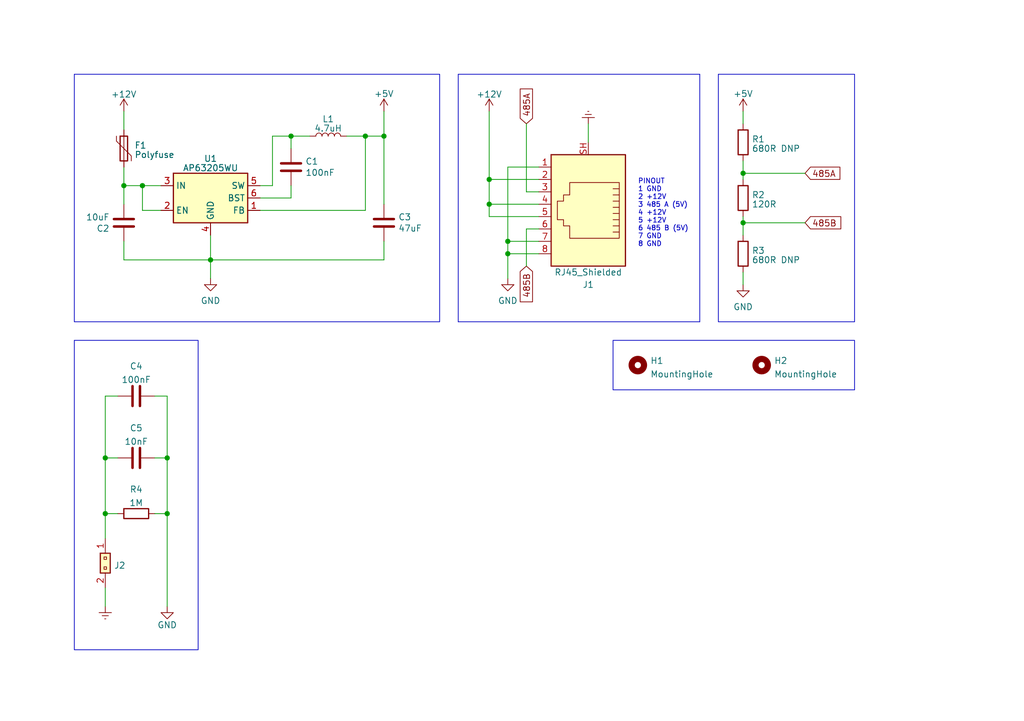
<source format=kicad_sch>
(kicad_sch (version 20230121) (generator eeschema)

  (uuid e63e39d7-6ac0-4ffd-8aa3-1841a4541b55)

  (paper "A5")

  (lib_symbols
    (symbol "Connector:RJ45_Shielded" (pin_names (offset 1.016)) (in_bom yes) (on_board yes)
      (property "Reference" "J" (at -5.08 13.97 0)
        (effects (font (size 1.27 1.27)) (justify right))
      )
      (property "Value" "RJ45_Shielded" (at 2.54 13.97 0)
        (effects (font (size 1.27 1.27)) (justify left))
      )
      (property "Footprint" "" (at 0 0.635 90)
        (effects (font (size 1.27 1.27)) hide)
      )
      (property "Datasheet" "~" (at 0 0.635 90)
        (effects (font (size 1.27 1.27)) hide)
      )
      (property "ki_keywords" "8P8C RJ jack socket connector" (at 0 0 0)
        (effects (font (size 1.27 1.27)) hide)
      )
      (property "ki_description" "RJ connector, 8P8C (8 positions 8 connected), Shielded" (at 0 0 0)
        (effects (font (size 1.27 1.27)) hide)
      )
      (property "ki_fp_filters" "8P8C* RJ31* RJ32* RJ33* RJ34* RJ35* RJ41* RJ45* RJ49* RJ61*" (at 0 0 0)
        (effects (font (size 1.27 1.27)) hide)
      )
      (symbol "RJ45_Shielded_0_1"
        (polyline
          (pts
            (xy -5.08 4.445)
            (xy -6.35 4.445)
          )
          (stroke (width 0) (type default))
          (fill (type none))
        )
        (polyline
          (pts
            (xy -5.08 5.715)
            (xy -6.35 5.715)
          )
          (stroke (width 0) (type default))
          (fill (type none))
        )
        (polyline
          (pts
            (xy -6.35 -3.175)
            (xy -5.08 -3.175)
            (xy -5.08 -3.175)
          )
          (stroke (width 0) (type default))
          (fill (type none))
        )
        (polyline
          (pts
            (xy -6.35 -1.905)
            (xy -5.08 -1.905)
            (xy -5.08 -1.905)
          )
          (stroke (width 0) (type default))
          (fill (type none))
        )
        (polyline
          (pts
            (xy -6.35 -0.635)
            (xy -5.08 -0.635)
            (xy -5.08 -0.635)
          )
          (stroke (width 0) (type default))
          (fill (type none))
        )
        (polyline
          (pts
            (xy -6.35 0.635)
            (xy -5.08 0.635)
            (xy -5.08 0.635)
          )
          (stroke (width 0) (type default))
          (fill (type none))
        )
        (polyline
          (pts
            (xy -6.35 1.905)
            (xy -5.08 1.905)
            (xy -5.08 1.905)
          )
          (stroke (width 0) (type default))
          (fill (type none))
        )
        (polyline
          (pts
            (xy -5.08 3.175)
            (xy -6.35 3.175)
            (xy -6.35 3.175)
          )
          (stroke (width 0) (type default))
          (fill (type none))
        )
        (polyline
          (pts
            (xy -6.35 -4.445)
            (xy -6.35 6.985)
            (xy 3.81 6.985)
            (xy 3.81 4.445)
            (xy 5.08 4.445)
            (xy 5.08 3.175)
            (xy 6.35 3.175)
            (xy 6.35 -0.635)
            (xy 5.08 -0.635)
            (xy 5.08 -1.905)
            (xy 3.81 -1.905)
            (xy 3.81 -4.445)
            (xy -6.35 -4.445)
            (xy -6.35 -4.445)
          )
          (stroke (width 0) (type default))
          (fill (type none))
        )
        (rectangle (start 7.62 12.7) (end -7.62 -10.16)
          (stroke (width 0.254) (type default))
          (fill (type background))
        )
      )
      (symbol "RJ45_Shielded_1_1"
        (pin passive line (at 10.16 -7.62 180) (length 2.54)
          (name "~" (effects (font (size 1.27 1.27))))
          (number "1" (effects (font (size 1.27 1.27))))
        )
        (pin passive line (at 10.16 -5.08 180) (length 2.54)
          (name "~" (effects (font (size 1.27 1.27))))
          (number "2" (effects (font (size 1.27 1.27))))
        )
        (pin passive line (at 10.16 -2.54 180) (length 2.54)
          (name "~" (effects (font (size 1.27 1.27))))
          (number "3" (effects (font (size 1.27 1.27))))
        )
        (pin passive line (at 10.16 0 180) (length 2.54)
          (name "~" (effects (font (size 1.27 1.27))))
          (number "4" (effects (font (size 1.27 1.27))))
        )
        (pin passive line (at 10.16 2.54 180) (length 2.54)
          (name "~" (effects (font (size 1.27 1.27))))
          (number "5" (effects (font (size 1.27 1.27))))
        )
        (pin passive line (at 10.16 5.08 180) (length 2.54)
          (name "~" (effects (font (size 1.27 1.27))))
          (number "6" (effects (font (size 1.27 1.27))))
        )
        (pin passive line (at 10.16 7.62 180) (length 2.54)
          (name "~" (effects (font (size 1.27 1.27))))
          (number "7" (effects (font (size 1.27 1.27))))
        )
        (pin passive line (at 10.16 10.16 180) (length 2.54)
          (name "~" (effects (font (size 1.27 1.27))))
          (number "8" (effects (font (size 1.27 1.27))))
        )
        (pin passive line (at 0 -12.7 90) (length 2.54)
          (name "~" (effects (font (size 1.27 1.27))))
          (number "SH" (effects (font (size 1.27 1.27))))
        )
      )
    )
    (symbol "Device:C" (pin_numbers hide) (pin_names (offset 0.254)) (in_bom yes) (on_board yes)
      (property "Reference" "C" (at 0.635 2.54 0)
        (effects (font (size 1.27 1.27)) (justify left))
      )
      (property "Value" "C" (at 0.635 -2.54 0)
        (effects (font (size 1.27 1.27)) (justify left))
      )
      (property "Footprint" "" (at 0.9652 -3.81 0)
        (effects (font (size 1.27 1.27)) hide)
      )
      (property "Datasheet" "~" (at 0 0 0)
        (effects (font (size 1.27 1.27)) hide)
      )
      (property "ki_keywords" "cap capacitor" (at 0 0 0)
        (effects (font (size 1.27 1.27)) hide)
      )
      (property "ki_description" "Unpolarized capacitor" (at 0 0 0)
        (effects (font (size 1.27 1.27)) hide)
      )
      (property "ki_fp_filters" "C_*" (at 0 0 0)
        (effects (font (size 1.27 1.27)) hide)
      )
      (symbol "C_0_1"
        (polyline
          (pts
            (xy -2.032 -0.762)
            (xy 2.032 -0.762)
          )
          (stroke (width 0.508) (type default))
          (fill (type none))
        )
        (polyline
          (pts
            (xy -2.032 0.762)
            (xy 2.032 0.762)
          )
          (stroke (width 0.508) (type default))
          (fill (type none))
        )
      )
      (symbol "C_1_1"
        (pin passive line (at 0 3.81 270) (length 2.794)
          (name "~" (effects (font (size 1.27 1.27))))
          (number "1" (effects (font (size 1.27 1.27))))
        )
        (pin passive line (at 0 -3.81 90) (length 2.794)
          (name "~" (effects (font (size 1.27 1.27))))
          (number "2" (effects (font (size 1.27 1.27))))
        )
      )
    )
    (symbol "Device:L" (pin_numbers hide) (pin_names (offset 1.016) hide) (in_bom yes) (on_board yes)
      (property "Reference" "L" (at -1.27 0 90)
        (effects (font (size 1.27 1.27)))
      )
      (property "Value" "L" (at 1.905 0 90)
        (effects (font (size 1.27 1.27)))
      )
      (property "Footprint" "" (at 0 0 0)
        (effects (font (size 1.27 1.27)) hide)
      )
      (property "Datasheet" "~" (at 0 0 0)
        (effects (font (size 1.27 1.27)) hide)
      )
      (property "ki_keywords" "inductor choke coil reactor magnetic" (at 0 0 0)
        (effects (font (size 1.27 1.27)) hide)
      )
      (property "ki_description" "Inductor" (at 0 0 0)
        (effects (font (size 1.27 1.27)) hide)
      )
      (property "ki_fp_filters" "Choke_* *Coil* Inductor_* L_*" (at 0 0 0)
        (effects (font (size 1.27 1.27)) hide)
      )
      (symbol "L_0_1"
        (arc (start 0 -2.54) (mid 0.6323 -1.905) (end 0 -1.27)
          (stroke (width 0) (type default))
          (fill (type none))
        )
        (arc (start 0 -1.27) (mid 0.6323 -0.635) (end 0 0)
          (stroke (width 0) (type default))
          (fill (type none))
        )
        (arc (start 0 0) (mid 0.6323 0.635) (end 0 1.27)
          (stroke (width 0) (type default))
          (fill (type none))
        )
        (arc (start 0 1.27) (mid 0.6323 1.905) (end 0 2.54)
          (stroke (width 0) (type default))
          (fill (type none))
        )
      )
      (symbol "L_1_1"
        (pin passive line (at 0 3.81 270) (length 1.27)
          (name "1" (effects (font (size 1.27 1.27))))
          (number "1" (effects (font (size 1.27 1.27))))
        )
        (pin passive line (at 0 -3.81 90) (length 1.27)
          (name "2" (effects (font (size 1.27 1.27))))
          (number "2" (effects (font (size 1.27 1.27))))
        )
      )
    )
    (symbol "Device:Polyfuse" (pin_numbers hide) (pin_names (offset 0)) (in_bom yes) (on_board yes)
      (property "Reference" "F" (at -2.54 0 90)
        (effects (font (size 1.27 1.27)))
      )
      (property "Value" "Polyfuse" (at 2.54 0 90)
        (effects (font (size 1.27 1.27)))
      )
      (property "Footprint" "" (at 1.27 -5.08 0)
        (effects (font (size 1.27 1.27)) (justify left) hide)
      )
      (property "Datasheet" "~" (at 0 0 0)
        (effects (font (size 1.27 1.27)) hide)
      )
      (property "ki_keywords" "resettable fuse PTC PPTC polyfuse polyswitch" (at 0 0 0)
        (effects (font (size 1.27 1.27)) hide)
      )
      (property "ki_description" "Resettable fuse, polymeric positive temperature coefficient" (at 0 0 0)
        (effects (font (size 1.27 1.27)) hide)
      )
      (property "ki_fp_filters" "*polyfuse* *PTC*" (at 0 0 0)
        (effects (font (size 1.27 1.27)) hide)
      )
      (symbol "Polyfuse_0_1"
        (rectangle (start -0.762 2.54) (end 0.762 -2.54)
          (stroke (width 0.254) (type default))
          (fill (type none))
        )
        (polyline
          (pts
            (xy 0 2.54)
            (xy 0 -2.54)
          )
          (stroke (width 0) (type default))
          (fill (type none))
        )
        (polyline
          (pts
            (xy -1.524 2.54)
            (xy -1.524 1.524)
            (xy 1.524 -1.524)
            (xy 1.524 -2.54)
          )
          (stroke (width 0) (type default))
          (fill (type none))
        )
      )
      (symbol "Polyfuse_1_1"
        (pin passive line (at 0 3.81 270) (length 1.27)
          (name "~" (effects (font (size 1.27 1.27))))
          (number "1" (effects (font (size 1.27 1.27))))
        )
        (pin passive line (at 0 -3.81 90) (length 1.27)
          (name "~" (effects (font (size 1.27 1.27))))
          (number "2" (effects (font (size 1.27 1.27))))
        )
      )
    )
    (symbol "Device:R" (pin_numbers hide) (pin_names (offset 0)) (in_bom yes) (on_board yes)
      (property "Reference" "R" (at 2.032 0 90)
        (effects (font (size 1.27 1.27)))
      )
      (property "Value" "R" (at 0 0 90)
        (effects (font (size 1.27 1.27)))
      )
      (property "Footprint" "" (at -1.778 0 90)
        (effects (font (size 1.27 1.27)) hide)
      )
      (property "Datasheet" "~" (at 0 0 0)
        (effects (font (size 1.27 1.27)) hide)
      )
      (property "ki_keywords" "R res resistor" (at 0 0 0)
        (effects (font (size 1.27 1.27)) hide)
      )
      (property "ki_description" "Resistor" (at 0 0 0)
        (effects (font (size 1.27 1.27)) hide)
      )
      (property "ki_fp_filters" "R_*" (at 0 0 0)
        (effects (font (size 1.27 1.27)) hide)
      )
      (symbol "R_0_1"
        (rectangle (start -1.016 -2.54) (end 1.016 2.54)
          (stroke (width 0.254) (type default))
          (fill (type none))
        )
      )
      (symbol "R_1_1"
        (pin passive line (at 0 3.81 270) (length 1.27)
          (name "~" (effects (font (size 1.27 1.27))))
          (number "1" (effects (font (size 1.27 1.27))))
        )
        (pin passive line (at 0 -3.81 90) (length 1.27)
          (name "~" (effects (font (size 1.27 1.27))))
          (number "2" (effects (font (size 1.27 1.27))))
        )
      )
    )
    (symbol "Mechanical:MountingHole" (pin_names (offset 1.016)) (in_bom yes) (on_board yes)
      (property "Reference" "H" (at 0 5.08 0)
        (effects (font (size 1.27 1.27)))
      )
      (property "Value" "MountingHole" (at 0 3.175 0)
        (effects (font (size 1.27 1.27)))
      )
      (property "Footprint" "" (at 0 0 0)
        (effects (font (size 1.27 1.27)) hide)
      )
      (property "Datasheet" "~" (at 0 0 0)
        (effects (font (size 1.27 1.27)) hide)
      )
      (property "ki_keywords" "mounting hole" (at 0 0 0)
        (effects (font (size 1.27 1.27)) hide)
      )
      (property "ki_description" "Mounting Hole without connection" (at 0 0 0)
        (effects (font (size 1.27 1.27)) hide)
      )
      (property "ki_fp_filters" "MountingHole*" (at 0 0 0)
        (effects (font (size 1.27 1.27)) hide)
      )
      (symbol "MountingHole_0_1"
        (circle (center 0 0) (radius 1.27)
          (stroke (width 1.27) (type default))
          (fill (type none))
        )
      )
    )
    (symbol "Regulator_Switching:AP63205WU" (in_bom yes) (on_board yes)
      (property "Reference" "U" (at -7.62 6.35 0)
        (effects (font (size 1.27 1.27)))
      )
      (property "Value" "AP63205WU" (at 2.54 6.35 0)
        (effects (font (size 1.27 1.27)))
      )
      (property "Footprint" "Package_TO_SOT_SMD:TSOT-23-6" (at 0 -22.86 0)
        (effects (font (size 1.27 1.27)) hide)
      )
      (property "Datasheet" "https://www.diodes.com/assets/Datasheets/AP63200-AP63201-AP63203-AP63205.pdf" (at 0 0 0)
        (effects (font (size 1.27 1.27)) hide)
      )
      (property "ki_keywords" "2A Buck DC/DC" (at 0 0 0)
        (effects (font (size 1.27 1.27)) hide)
      )
      (property "ki_description" "2A, 1.1MHz Buck DC/DC Converter, fixed 5.0V output voltage, TSOT-23-6" (at 0 0 0)
        (effects (font (size 1.27 1.27)) hide)
      )
      (property "ki_fp_filters" "TSOT?23*" (at 0 0 0)
        (effects (font (size 1.27 1.27)) hide)
      )
      (symbol "AP63205WU_0_1"
        (rectangle (start -7.62 5.08) (end 7.62 -5.08)
          (stroke (width 0.254) (type default))
          (fill (type background))
        )
      )
      (symbol "AP63205WU_1_1"
        (pin input line (at 10.16 -2.54 180) (length 2.54)
          (name "FB" (effects (font (size 1.27 1.27))))
          (number "1" (effects (font (size 1.27 1.27))))
        )
        (pin input line (at -10.16 -2.54 0) (length 2.54)
          (name "EN" (effects (font (size 1.27 1.27))))
          (number "2" (effects (font (size 1.27 1.27))))
        )
        (pin power_in line (at -10.16 2.54 0) (length 2.54)
          (name "IN" (effects (font (size 1.27 1.27))))
          (number "3" (effects (font (size 1.27 1.27))))
        )
        (pin power_in line (at 0 -7.62 90) (length 2.54)
          (name "GND" (effects (font (size 1.27 1.27))))
          (number "4" (effects (font (size 1.27 1.27))))
        )
        (pin output line (at 10.16 2.54 180) (length 2.54)
          (name "SW" (effects (font (size 1.27 1.27))))
          (number "5" (effects (font (size 1.27 1.27))))
        )
        (pin passive line (at 10.16 0 180) (length 2.54)
          (name "BST" (effects (font (size 1.27 1.27))))
          (number "6" (effects (font (size 1.27 1.27))))
        )
      )
    )
    (symbol "kiu:1x02_Jumper" (in_bom yes) (on_board yes)
      (property "Reference" "J" (at 0 2.54 0)
        (effects (font (size 1.27 1.27)))
      )
      (property "Value" "1x02_Jumper" (at 0 -2.54 0)
        (effects (font (size 1.27 1.27)) hide)
      )
      (property "Footprint" "" (at 0 0 0)
        (effects (font (size 1.27 1.27)) hide)
      )
      (property "Datasheet" "" (at 0 0 0)
        (effects (font (size 1.27 1.27)) hide)
      )
      (symbol "1x02_Jumper_0_1"
        (rectangle (start -1.27 0.254) (end -0.762 -0.254)
          (stroke (width 0.1524) (type default))
          (fill (type none))
        )
        (rectangle (start 0.762 0.254) (end 1.27 -0.254)
          (stroke (width 0.1524) (type default))
          (fill (type none))
        )
      )
      (symbol "1x02_Jumper_1_1"
        (rectangle (start -2.032 1.016) (end 2.032 -1.016)
          (stroke (width 0.254) (type default))
          (fill (type background))
        )
        (pin passive line (at -5.08 0 0) (length 3.04)
          (name "" (effects (font (size 1.27 1.27))))
          (number "1" (effects (font (size 1.27 1.27))))
        )
        (pin passive line (at 5.08 0 180) (length 3.04)
          (name "" (effects (font (size 1.27 1.27))))
          (number "2" (effects (font (size 1.27 1.27))))
        )
      )
    )
    (symbol "power:+12V" (power) (pin_names (offset 0)) (in_bom yes) (on_board yes)
      (property "Reference" "#PWR" (at 0 -3.81 0)
        (effects (font (size 1.27 1.27)) hide)
      )
      (property "Value" "+12V" (at 0 3.556 0)
        (effects (font (size 1.27 1.27)))
      )
      (property "Footprint" "" (at 0 0 0)
        (effects (font (size 1.27 1.27)) hide)
      )
      (property "Datasheet" "" (at 0 0 0)
        (effects (font (size 1.27 1.27)) hide)
      )
      (property "ki_keywords" "global power" (at 0 0 0)
        (effects (font (size 1.27 1.27)) hide)
      )
      (property "ki_description" "Power symbol creates a global label with name \"+12V\"" (at 0 0 0)
        (effects (font (size 1.27 1.27)) hide)
      )
      (symbol "+12V_0_1"
        (polyline
          (pts
            (xy -0.762 1.27)
            (xy 0 2.54)
          )
          (stroke (width 0) (type default))
          (fill (type none))
        )
        (polyline
          (pts
            (xy 0 0)
            (xy 0 2.54)
          )
          (stroke (width 0) (type default))
          (fill (type none))
        )
        (polyline
          (pts
            (xy 0 2.54)
            (xy 0.762 1.27)
          )
          (stroke (width 0) (type default))
          (fill (type none))
        )
      )
      (symbol "+12V_1_1"
        (pin power_in line (at 0 0 90) (length 0) hide
          (name "+12V" (effects (font (size 1.27 1.27))))
          (number "1" (effects (font (size 1.27 1.27))))
        )
      )
    )
    (symbol "power:+5V" (power) (pin_names (offset 0)) (in_bom yes) (on_board yes)
      (property "Reference" "#PWR" (at 0 -3.81 0)
        (effects (font (size 1.27 1.27)) hide)
      )
      (property "Value" "+5V" (at 0 3.556 0)
        (effects (font (size 1.27 1.27)))
      )
      (property "Footprint" "" (at 0 0 0)
        (effects (font (size 1.27 1.27)) hide)
      )
      (property "Datasheet" "" (at 0 0 0)
        (effects (font (size 1.27 1.27)) hide)
      )
      (property "ki_keywords" "global power" (at 0 0 0)
        (effects (font (size 1.27 1.27)) hide)
      )
      (property "ki_description" "Power symbol creates a global label with name \"+5V\"" (at 0 0 0)
        (effects (font (size 1.27 1.27)) hide)
      )
      (symbol "+5V_0_1"
        (polyline
          (pts
            (xy -0.762 1.27)
            (xy 0 2.54)
          )
          (stroke (width 0) (type default))
          (fill (type none))
        )
        (polyline
          (pts
            (xy 0 0)
            (xy 0 2.54)
          )
          (stroke (width 0) (type default))
          (fill (type none))
        )
        (polyline
          (pts
            (xy 0 2.54)
            (xy 0.762 1.27)
          )
          (stroke (width 0) (type default))
          (fill (type none))
        )
      )
      (symbol "+5V_1_1"
        (pin power_in line (at 0 0 90) (length 0) hide
          (name "+5V" (effects (font (size 1.27 1.27))))
          (number "1" (effects (font (size 1.27 1.27))))
        )
      )
    )
    (symbol "power:Earth" (power) (pin_names (offset 0)) (in_bom yes) (on_board yes)
      (property "Reference" "#PWR" (at 0 -6.35 0)
        (effects (font (size 1.27 1.27)) hide)
      )
      (property "Value" "Earth" (at 0 -3.81 0)
        (effects (font (size 1.27 1.27)) hide)
      )
      (property "Footprint" "" (at 0 0 0)
        (effects (font (size 1.27 1.27)) hide)
      )
      (property "Datasheet" "~" (at 0 0 0)
        (effects (font (size 1.27 1.27)) hide)
      )
      (property "ki_keywords" "global ground gnd" (at 0 0 0)
        (effects (font (size 1.27 1.27)) hide)
      )
      (property "ki_description" "Power symbol creates a global label with name \"Earth\"" (at 0 0 0)
        (effects (font (size 1.27 1.27)) hide)
      )
      (symbol "Earth_0_1"
        (polyline
          (pts
            (xy -0.635 -1.905)
            (xy 0.635 -1.905)
          )
          (stroke (width 0) (type default))
          (fill (type none))
        )
        (polyline
          (pts
            (xy -0.127 -2.54)
            (xy 0.127 -2.54)
          )
          (stroke (width 0) (type default))
          (fill (type none))
        )
        (polyline
          (pts
            (xy 0 -1.27)
            (xy 0 0)
          )
          (stroke (width 0) (type default))
          (fill (type none))
        )
        (polyline
          (pts
            (xy 1.27 -1.27)
            (xy -1.27 -1.27)
          )
          (stroke (width 0) (type default))
          (fill (type none))
        )
      )
      (symbol "Earth_1_1"
        (pin power_in line (at 0 0 270) (length 0) hide
          (name "Earth" (effects (font (size 1.27 1.27))))
          (number "1" (effects (font (size 1.27 1.27))))
        )
      )
    )
    (symbol "power:GND" (power) (pin_names (offset 0)) (in_bom yes) (on_board yes)
      (property "Reference" "#PWR" (at 0 -6.35 0)
        (effects (font (size 1.27 1.27)) hide)
      )
      (property "Value" "GND" (at 0 -3.81 0)
        (effects (font (size 1.27 1.27)))
      )
      (property "Footprint" "" (at 0 0 0)
        (effects (font (size 1.27 1.27)) hide)
      )
      (property "Datasheet" "" (at 0 0 0)
        (effects (font (size 1.27 1.27)) hide)
      )
      (property "ki_keywords" "global power" (at 0 0 0)
        (effects (font (size 1.27 1.27)) hide)
      )
      (property "ki_description" "Power symbol creates a global label with name \"GND\" , ground" (at 0 0 0)
        (effects (font (size 1.27 1.27)) hide)
      )
      (symbol "GND_0_1"
        (polyline
          (pts
            (xy 0 0)
            (xy 0 -1.27)
            (xy 1.27 -1.27)
            (xy 0 -2.54)
            (xy -1.27 -1.27)
            (xy 0 -1.27)
          )
          (stroke (width 0) (type default))
          (fill (type none))
        )
      )
      (symbol "GND_1_1"
        (pin power_in line (at 0 0 270) (length 0) hide
          (name "GND" (effects (font (size 1.27 1.27))))
          (number "1" (effects (font (size 1.27 1.27))))
        )
      )
    )
  )

  (junction (at 100.33 36.83) (diameter 0) (color 0 0 0 0)
    (uuid 1960a842-c30a-428a-8f13-cdddf74559fc)
  )
  (junction (at 74.93 27.94) (diameter 0) (color 0 0 0 0)
    (uuid 441c68d3-7fc0-40a6-95e0-c1b021d4352d)
  )
  (junction (at 152.4 35.56) (diameter 0) (color 0 0 0 0)
    (uuid 4d1f96b0-32f0-40b1-b3ba-af41f9837573)
  )
  (junction (at 25.4 38.1) (diameter 0) (color 0 0 0 0)
    (uuid 5012d53c-5a81-4ceb-ba6b-9e6f87d1c35b)
  )
  (junction (at 34.29 93.98) (diameter 0) (color 0 0 0 0)
    (uuid 5cc0ddde-2c73-4d61-9717-7de526fa2da3)
  )
  (junction (at 104.14 49.53) (diameter 0) (color 0 0 0 0)
    (uuid 6f6c3639-0695-4e50-9f5a-5654d7aa9115)
  )
  (junction (at 29.21 38.1) (diameter 0) (color 0 0 0 0)
    (uuid 7ffd9690-6e7a-4af1-9e74-984a2d33246a)
  )
  (junction (at 100.33 41.91) (diameter 0) (color 0 0 0 0)
    (uuid 81cd9fb0-dcb6-42b3-a51e-973075a84da3)
  )
  (junction (at 21.59 105.41) (diameter 0) (color 0 0 0 0)
    (uuid 9059e5fd-3176-416f-b413-e719f67c9441)
  )
  (junction (at 21.59 93.98) (diameter 0) (color 0 0 0 0)
    (uuid 9103fa27-f240-4e8e-98b1-050502eb8a28)
  )
  (junction (at 78.74 27.94) (diameter 0) (color 0 0 0 0)
    (uuid 9349d1cd-0bb1-4532-b3bb-f6343f8affbc)
  )
  (junction (at 34.29 105.41) (diameter 0) (color 0 0 0 0)
    (uuid b39ec809-53c6-4ee0-b439-8b7b162e8043)
  )
  (junction (at 59.69 27.94) (diameter 0) (color 0 0 0 0)
    (uuid bbfa98c5-e2e9-40be-972b-b1907fb33ad9)
  )
  (junction (at 43.18 53.34) (diameter 0) (color 0 0 0 0)
    (uuid eb181da7-a1d4-4e7d-b0fa-f44c3095bdfa)
  )
  (junction (at 104.14 52.07) (diameter 0) (color 0 0 0 0)
    (uuid eef14fa9-fe8a-4a10-b522-dc9258ce39e6)
  )
  (junction (at 152.4 45.72) (diameter 0) (color 0 0 0 0)
    (uuid f22f0edf-0973-48cc-a719-d0ce5475af7a)
  )

  (wire (pts (xy 120.65 25.4) (xy 120.65 29.21))
    (stroke (width 0) (type default))
    (uuid 04d83ed6-f738-4b61-b446-7d84cd1195bd)
  )
  (wire (pts (xy 100.33 36.83) (xy 110.49 36.83))
    (stroke (width 0) (type default))
    (uuid 08c002f2-1784-48fd-b6be-8c351d0a5533)
  )
  (wire (pts (xy 25.4 53.34) (xy 43.18 53.34))
    (stroke (width 0) (type default))
    (uuid 09a14f43-9f68-45ae-b58f-6bb003135e2f)
  )
  (wire (pts (xy 78.74 22.86) (xy 78.74 27.94))
    (stroke (width 0) (type default))
    (uuid 0a036911-b688-4956-891c-af3778a535d9)
  )
  (wire (pts (xy 74.93 43.18) (xy 74.93 27.94))
    (stroke (width 0) (type default))
    (uuid 0e208a19-c5a7-4e09-8d05-da38bfaa0879)
  )
  (wire (pts (xy 55.88 38.1) (xy 53.34 38.1))
    (stroke (width 0) (type default))
    (uuid 1339060f-3ce4-4560-ac32-9bd7a0e1ea08)
  )
  (wire (pts (xy 71.12 27.94) (xy 74.93 27.94))
    (stroke (width 0) (type default))
    (uuid 192cf922-e536-4939-9695-4490608d601e)
  )
  (wire (pts (xy 53.34 40.64) (xy 59.69 40.64))
    (stroke (width 0) (type default))
    (uuid 219ff0af-6c28-4059-a632-1608427cda32)
  )
  (polyline (pts (xy 143.51 66.04) (xy 143.51 15.24))
    (stroke (width 0) (type default))
    (uuid 2697c2cd-52b9-453d-a76e-6f22d07b3e09)
  )

  (wire (pts (xy 31.75 105.41) (xy 34.29 105.41))
    (stroke (width 0) (type default))
    (uuid 287fd640-01bb-47c4-af3e-ab9cc9d4360e)
  )
  (wire (pts (xy 78.74 49.53) (xy 78.74 53.34))
    (stroke (width 0) (type default))
    (uuid 2bcb0925-be19-48da-a5ac-5f7574e4a0d5)
  )
  (wire (pts (xy 29.21 43.18) (xy 29.21 38.1))
    (stroke (width 0) (type default))
    (uuid 38700020-1d8f-47ed-8c17-4af51a5e9d23)
  )
  (polyline (pts (xy 93.98 15.24) (xy 93.98 66.04))
    (stroke (width 0) (type default))
    (uuid 3a5dc932-ec9c-4441-a557-568765c7b074)
  )

  (wire (pts (xy 152.4 33.02) (xy 152.4 35.56))
    (stroke (width 0) (type default))
    (uuid 3c97148e-22d8-44e6-b996-a8029f2f87ec)
  )
  (wire (pts (xy 104.14 52.07) (xy 110.49 52.07))
    (stroke (width 0) (type default))
    (uuid 3cd64bdf-24a4-4dd6-a352-cf8a03ce1e33)
  )
  (wire (pts (xy 107.95 25.4) (xy 107.95 39.37))
    (stroke (width 0) (type default))
    (uuid 3f3d0911-a4cf-4ca1-83dd-3097d2d740ca)
  )
  (wire (pts (xy 78.74 27.94) (xy 78.74 41.91))
    (stroke (width 0) (type default))
    (uuid 417deb71-4107-48e0-bf08-735fce6813b1)
  )
  (polyline (pts (xy 143.51 15.24) (xy 93.98 15.24))
    (stroke (width 0) (type default))
    (uuid 44ef69db-9d8d-4805-9804-ce006fd07556)
  )

  (wire (pts (xy 25.4 38.1) (xy 29.21 38.1))
    (stroke (width 0) (type default))
    (uuid 48dcb13e-7d28-4ed3-8a43-02a6acbba24f)
  )
  (wire (pts (xy 25.4 34.29) (xy 25.4 38.1))
    (stroke (width 0) (type default))
    (uuid 4a18681f-319a-4550-842b-77ee632e0c1a)
  )
  (wire (pts (xy 34.29 105.41) (xy 34.29 124.46))
    (stroke (width 0) (type default))
    (uuid 4b80c0ab-2a83-4759-986e-da7efb96942c)
  )
  (wire (pts (xy 53.34 43.18) (xy 74.93 43.18))
    (stroke (width 0) (type default))
    (uuid 4bf8a22b-36fd-4203-b00b-4ca3dc44ac43)
  )
  (wire (pts (xy 31.75 93.98) (xy 34.29 93.98))
    (stroke (width 0) (type default))
    (uuid 55159a87-002f-4ca8-8e3d-fd10f6aacc73)
  )
  (wire (pts (xy 100.33 36.83) (xy 100.33 41.91))
    (stroke (width 0) (type default))
    (uuid 5626f27f-53b1-44c9-939e-167f51095815)
  )
  (wire (pts (xy 43.18 53.34) (xy 43.18 57.15))
    (stroke (width 0) (type default))
    (uuid 5ae012a8-298d-425d-b273-acbcff50bbfe)
  )
  (wire (pts (xy 43.18 48.26) (xy 43.18 53.34))
    (stroke (width 0) (type default))
    (uuid 5e2df719-dd37-4a8b-8d14-c51e344cdac7)
  )
  (wire (pts (xy 21.59 105.41) (xy 24.13 105.41))
    (stroke (width 0) (type default))
    (uuid 644d480d-9c7d-4758-ba6b-15d88960be02)
  )
  (wire (pts (xy 100.33 22.86) (xy 100.33 36.83))
    (stroke (width 0) (type default))
    (uuid 64ffdc1b-aa6a-40c6-8ddf-1686623b1d66)
  )
  (wire (pts (xy 59.69 40.64) (xy 59.69 38.1))
    (stroke (width 0) (type default))
    (uuid 6ecf3b50-f4bb-4db4-8fbd-0ac04572c906)
  )
  (wire (pts (xy 21.59 93.98) (xy 24.13 93.98))
    (stroke (width 0) (type default))
    (uuid 7003a44a-0940-4012-a42d-023150cb055b)
  )
  (wire (pts (xy 152.4 45.72) (xy 152.4 48.26))
    (stroke (width 0) (type default))
    (uuid 725b7088-5e5d-400d-8e81-45ca4eecb09a)
  )
  (wire (pts (xy 104.14 52.07) (xy 104.14 57.15))
    (stroke (width 0) (type default))
    (uuid 77083cda-105d-478e-bc1a-f355f276d393)
  )
  (wire (pts (xy 104.14 34.29) (xy 110.49 34.29))
    (stroke (width 0) (type default))
    (uuid 7e328995-2874-421b-a8f1-0c7d1022673a)
  )
  (wire (pts (xy 107.95 39.37) (xy 110.49 39.37))
    (stroke (width 0) (type default))
    (uuid 80aa408b-4cfe-4cc4-970e-3d8bd587016a)
  )
  (wire (pts (xy 34.29 93.98) (xy 34.29 105.41))
    (stroke (width 0) (type default))
    (uuid 8160e623-5215-41aa-bf39-f697041a3259)
  )
  (wire (pts (xy 107.95 46.99) (xy 110.49 46.99))
    (stroke (width 0) (type default))
    (uuid 86f5541a-852b-4cee-b7b5-f50e7f4f6b5b)
  )
  (wire (pts (xy 55.88 38.1) (xy 55.88 27.94))
    (stroke (width 0) (type default))
    (uuid 8cb5a6ae-e64e-4f8e-ac90-6e7397e006bb)
  )
  (wire (pts (xy 24.13 81.28) (xy 21.59 81.28))
    (stroke (width 0) (type default))
    (uuid 8e1f4617-fac9-47af-a89e-5c496154a7cf)
  )
  (wire (pts (xy 152.4 45.72) (xy 165.1 45.72))
    (stroke (width 0) (type default))
    (uuid 92f10fd8-45fa-4cf1-834a-645689907c94)
  )
  (wire (pts (xy 152.4 44.45) (xy 152.4 45.72))
    (stroke (width 0) (type default))
    (uuid 93483910-0cc8-4d12-ac63-57df43db2705)
  )
  (wire (pts (xy 59.69 27.94) (xy 59.69 30.48))
    (stroke (width 0) (type default))
    (uuid 9acfcb23-dee6-4f8f-b881-5e11c17b398d)
  )
  (wire (pts (xy 152.4 22.86) (xy 152.4 25.4))
    (stroke (width 0) (type default))
    (uuid 9b222da4-70a1-43e3-bfee-4b3715b4e51c)
  )
  (wire (pts (xy 104.14 49.53) (xy 110.49 49.53))
    (stroke (width 0) (type default))
    (uuid a6ed43e2-c2db-4b0f-9a74-2cd3022a30bc)
  )
  (wire (pts (xy 100.33 44.45) (xy 110.49 44.45))
    (stroke (width 0) (type default))
    (uuid aa9d28dd-53f9-4829-8387-578a8c373030)
  )
  (wire (pts (xy 107.95 46.99) (xy 107.95 54.61))
    (stroke (width 0) (type default))
    (uuid aca30013-c809-496d-b08c-2b4653cd55a5)
  )
  (wire (pts (xy 59.69 27.94) (xy 63.5 27.94))
    (stroke (width 0) (type default))
    (uuid ae2aa52f-cdac-4da1-855a-3ac80ba7b0b6)
  )
  (wire (pts (xy 74.93 27.94) (xy 78.74 27.94))
    (stroke (width 0) (type default))
    (uuid b09f2c04-e329-4587-b222-10f6606308cb)
  )
  (wire (pts (xy 152.4 35.56) (xy 152.4 36.83))
    (stroke (width 0) (type default))
    (uuid b338895b-c298-41ce-854b-2c7e0dbdf8dc)
  )
  (wire (pts (xy 29.21 43.18) (xy 33.02 43.18))
    (stroke (width 0) (type default))
    (uuid b93a4243-4ff4-4848-83e5-83cd7948bd40)
  )
  (wire (pts (xy 21.59 105.41) (xy 21.59 110.49))
    (stroke (width 0) (type default))
    (uuid b990b030-6c63-4300-a78f-e61aaf997140)
  )
  (wire (pts (xy 100.33 41.91) (xy 110.49 41.91))
    (stroke (width 0) (type default))
    (uuid ba9b000e-61fe-4781-8786-d47692cbdcfb)
  )
  (wire (pts (xy 21.59 120.65) (xy 21.59 124.46))
    (stroke (width 0) (type default))
    (uuid bcb438f9-1c97-46cb-905b-357edd500201)
  )
  (wire (pts (xy 31.75 81.28) (xy 34.29 81.28))
    (stroke (width 0) (type default))
    (uuid c26e72ad-7cbe-4726-92f9-384db3510a96)
  )
  (wire (pts (xy 104.14 49.53) (xy 104.14 52.07))
    (stroke (width 0) (type default))
    (uuid c3a7b8ab-fd69-4d70-a38e-994f7cdf9048)
  )
  (wire (pts (xy 34.29 81.28) (xy 34.29 93.98))
    (stroke (width 0) (type default))
    (uuid c515fcd3-6d6f-410b-ab34-bb7b3907aab4)
  )
  (wire (pts (xy 21.59 93.98) (xy 21.59 105.41))
    (stroke (width 0) (type default))
    (uuid c54b2834-e89b-4f04-bdcd-79ee509c380e)
  )
  (wire (pts (xy 29.21 38.1) (xy 33.02 38.1))
    (stroke (width 0) (type default))
    (uuid c7d63c15-d17f-45a1-80fe-d4a8c9c8f694)
  )
  (wire (pts (xy 152.4 55.88) (xy 152.4 58.42))
    (stroke (width 0) (type default))
    (uuid ca49d009-84fa-4129-b874-cf92ff68cb47)
  )
  (wire (pts (xy 100.33 41.91) (xy 100.33 44.45))
    (stroke (width 0) (type default))
    (uuid cf486e1b-a5a8-4e03-ad56-339526cdfc82)
  )
  (wire (pts (xy 104.14 34.29) (xy 104.14 49.53))
    (stroke (width 0) (type default))
    (uuid cf7ae6c0-0d94-46a0-a495-462ee42a8e4e)
  )
  (wire (pts (xy 152.4 35.56) (xy 165.1 35.56))
    (stroke (width 0) (type default))
    (uuid d846e393-9b9e-4a33-9cb9-cbeadcf66fd5)
  )
  (wire (pts (xy 43.18 53.34) (xy 78.74 53.34))
    (stroke (width 0) (type default))
    (uuid d92d7228-6ab0-4c7d-bf95-f529fddfcdd5)
  )
  (wire (pts (xy 21.59 81.28) (xy 21.59 93.98))
    (stroke (width 0) (type default))
    (uuid db8e0900-04b0-4c4b-a4a0-491df46420c0)
  )
  (wire (pts (xy 25.4 49.53) (xy 25.4 53.34))
    (stroke (width 0) (type default))
    (uuid e56c64cf-e118-4353-9bef-ed48fd026c22)
  )
  (wire (pts (xy 55.88 27.94) (xy 59.69 27.94))
    (stroke (width 0) (type default))
    (uuid e7d4c3e6-50de-4084-804c-18736e72f546)
  )
  (wire (pts (xy 25.4 22.86) (xy 25.4 26.67))
    (stroke (width 0) (type default))
    (uuid e8ffc74b-bd05-4cf5-a85c-83d0979c3d46)
  )
  (wire (pts (xy 25.4 38.1) (xy 25.4 41.91))
    (stroke (width 0) (type default))
    (uuid efb06a7a-53dc-4a73-9aa4-32d9910af821)
  )
  (polyline (pts (xy 93.98 66.04) (xy 143.51 66.04))
    (stroke (width 0) (type default))
    (uuid f72ee243-f673-4e6c-8bba-7d17529af587)
  )

  (rectangle (start 15.24 69.85) (end 40.64 133.35)
    (stroke (width 0) (type default))
    (fill (type none))
    (uuid 88866b2e-6281-40b3-aede-f2c97bbeb87d)
  )
  (rectangle (start 147.32 15.24) (end 175.26 66.04)
    (stroke (width 0) (type default))
    (fill (type none))
    (uuid d492fd72-06fe-44ec-a5ee-30595761f02e)
  )
  (rectangle (start 125.73 69.85) (end 175.26 80.01)
    (stroke (width 0) (type default))
    (fill (type none))
    (uuid ef3f22b4-53fe-4772-8871-b6a55ed8bd05)
  )
  (rectangle (start 15.24 15.24) (end 90.17 66.04)
    (stroke (width 0) (type default))
    (fill (type none))
    (uuid fd3ea3ca-0e58-454e-9b1d-5db5930e86f8)
  )

  (text "PINOUT\n1 GND\n2 +12V\n3 485 A (5V)\n4 +12V\n5 +12V\n6 485 B (5V)\n7 GND\n8 GND\n"
    (at 130.81 50.8 0)
    (effects (font (size 1 1)) (justify left bottom))
    (uuid f0520860-bb0f-4f72-91a7-5612a51e576d)
  )

  (global_label "485B" (shape input) (at 107.95 54.61 270) (fields_autoplaced)
    (effects (font (size 1.27 1.27)) (justify right))
    (uuid 980eba3f-eb9c-486c-80c8-e661d9ba529d)
    (property "Intersheetrefs" "${INTERSHEET_REFS}" (at 107.95 62.4143 90)
      (effects (font (size 1.27 1.27)) (justify right) hide)
    )
  )
  (global_label "485B" (shape input) (at 165.1 45.72 0) (fields_autoplaced)
    (effects (font (size 1.27 1.27)) (justify left))
    (uuid b00450dc-b667-43b8-97a2-459e045bb78f)
    (property "Intersheetrefs" "${INTERSHEET_REFS}" (at 172.9043 45.72 0)
      (effects (font (size 1.27 1.27)) (justify left) hide)
    )
  )
  (global_label "485A" (shape input) (at 107.95 25.4 90) (fields_autoplaced)
    (effects (font (size 1.27 1.27)) (justify left))
    (uuid ca33819b-7919-4877-b985-a5429107f7a1)
    (property "Intersheetrefs" "${INTERSHEET_REFS}" (at 107.95 17.7771 90)
      (effects (font (size 1.27 1.27)) (justify left) hide)
    )
  )
  (global_label "485A" (shape input) (at 165.1 35.56 0) (fields_autoplaced)
    (effects (font (size 1.27 1.27)) (justify left))
    (uuid ed13ad94-7c6d-47c6-a0c7-9340afccfe2f)
    (property "Intersheetrefs" "${INTERSHEET_REFS}" (at 172.7229 35.56 0)
      (effects (font (size 1.27 1.27)) (justify left) hide)
    )
  )

  (symbol (lib_id "power:GND") (at 104.14 57.15 0) (unit 1)
    (in_bom yes) (on_board yes) (dnp no) (fields_autoplaced)
    (uuid 075db49b-1c17-46be-9fe6-50855a74305a)
    (property "Reference" "#PWR07" (at 104.14 63.5 0)
      (effects (font (size 1.27 1.27)) hide)
    )
    (property "Value" "GND" (at 104.14 61.7125 0)
      (effects (font (size 1.27 1.27)))
    )
    (property "Footprint" "" (at 104.14 57.15 0)
      (effects (font (size 1.27 1.27)) hide)
    )
    (property "Datasheet" "" (at 104.14 57.15 0)
      (effects (font (size 1.27 1.27)) hide)
    )
    (pin "1" (uuid b2de713b-da6a-40dd-b05c-48800e0d1ae9))
    (instances
      (project "kha-term"
        (path "/e63e39d7-6ac0-4ffd-8aa3-1841a4541b55"
          (reference "#PWR07") (unit 1)
        )
      )
    )
  )

  (symbol (lib_id "kiu:1x02_Jumper") (at 21.59 115.57 270) (unit 1)
    (in_bom yes) (on_board yes) (dnp no) (fields_autoplaced)
    (uuid 14afa48d-6930-4c48-b0af-c6ed335a7a50)
    (property "Reference" "J2" (at 23.368 116.049 90)
      (effects (font (size 1.27 1.27)) (justify left))
    )
    (property "Value" "1x02_Jumper" (at 19.05 115.57 0)
      (effects (font (size 1.27 1.27)) hide)
    )
    (property "Footprint" "Connector_PinHeader_2.54mm:PinHeader_1x02_P2.54mm_Vertical" (at 21.59 115.57 0)
      (effects (font (size 1.27 1.27)) hide)
    )
    (property "Datasheet" "" (at 21.59 115.57 0)
      (effects (font (size 1.27 1.27)) hide)
    )
    (pin "1" (uuid dd4a6065-86bc-4a1a-adc8-bb0fca6e510c))
    (pin "2" (uuid 0a4171f9-5086-4a78-85df-278140d3ad06))
    (instances
      (project "kha-term"
        (path "/e63e39d7-6ac0-4ffd-8aa3-1841a4541b55"
          (reference "J2") (unit 1)
        )
      )
    )
  )

  (symbol (lib_id "Device:L") (at 67.31 27.94 90) (unit 1)
    (in_bom yes) (on_board yes) (dnp no) (fields_autoplaced)
    (uuid 15181bfa-847c-4214-9b30-46b1aa2b8087)
    (property "Reference" "L1" (at 67.31 24.4247 90)
      (effects (font (size 1.27 1.27)))
    )
    (property "Value" "4.7uH" (at 67.31 26.3457 90)
      (effects (font (size 1.27 1.27)))
    )
    (property "Footprint" "Inductor_SMD:L_1210_3225Metric" (at 67.31 27.94 0)
      (effects (font (size 1.27 1.27)) hide)
    )
    (property "Datasheet" "~" (at 67.31 27.94 0)
      (effects (font (size 1.27 1.27)) hide)
    )
    (pin "1" (uuid e9a19042-90d4-418a-814a-dd3f0a672dc7))
    (pin "2" (uuid 03a2f41e-9d9b-4bca-b58d-03e002dfc215))
    (instances
      (project "kha-term"
        (path "/e63e39d7-6ac0-4ffd-8aa3-1841a4541b55"
          (reference "L1") (unit 1)
        )
      )
    )
  )

  (symbol (lib_id "Regulator_Switching:AP63205WU") (at 43.18 40.64 0) (unit 1)
    (in_bom yes) (on_board yes) (dnp no) (fields_autoplaced)
    (uuid 39c50711-ae07-4923-97ad-0ee5a922d821)
    (property "Reference" "U1" (at 43.18 32.5501 0)
      (effects (font (size 1.27 1.27)))
    )
    (property "Value" "AP63205WU" (at 43.18 34.4711 0)
      (effects (font (size 1.27 1.27)))
    )
    (property "Footprint" "Package_TO_SOT_SMD:TSOT-23-6" (at 43.18 63.5 0)
      (effects (font (size 1.27 1.27)) hide)
    )
    (property "Datasheet" "https://www.diodes.com/assets/Datasheets/AP63200-AP63201-AP63203-AP63205.pdf" (at 43.18 40.64 0)
      (effects (font (size 1.27 1.27)) hide)
    )
    (pin "1" (uuid 2f4db18c-edaf-4aa1-a236-d9c3f87fc46a))
    (pin "2" (uuid 22624ab9-56ca-44f5-b968-43e31229f5f4))
    (pin "3" (uuid fc628f43-079a-4842-8b29-02074ece44be))
    (pin "4" (uuid e7e94fe5-a444-4280-9c00-0d1f40b49616))
    (pin "5" (uuid b326a79c-137e-4aad-8f41-3a703c01398f))
    (pin "6" (uuid f1067d2e-99b2-49c8-8ad0-627a2d427d38))
    (instances
      (project "kha-term"
        (path "/e63e39d7-6ac0-4ffd-8aa3-1841a4541b55"
          (reference "U1") (unit 1)
        )
      )
    )
  )

  (symbol (lib_id "Device:R") (at 152.4 29.21 0) (unit 1)
    (in_bom yes) (on_board yes) (dnp no) (fields_autoplaced)
    (uuid 436c0143-4769-409c-b859-0f411140d9a7)
    (property "Reference" "R1" (at 154.178 28.5663 0)
      (effects (font (size 1.27 1.27)) (justify left))
    )
    (property "Value" "680R DNP" (at 154.178 30.4873 0)
      (effects (font (size 1.27 1.27)) (justify left))
    )
    (property "Footprint" "Resistor_SMD:R_0805_2012Metric" (at 150.622 29.21 90)
      (effects (font (size 1.27 1.27)) hide)
    )
    (property "Datasheet" "~" (at 152.4 29.21 0)
      (effects (font (size 1.27 1.27)) hide)
    )
    (pin "1" (uuid b076bfca-9ea3-4259-9da1-efe42ed5037f))
    (pin "2" (uuid d8d61e79-7ab3-4af7-80f5-6599f1b93e80))
    (instances
      (project "kha-term"
        (path "/e63e39d7-6ac0-4ffd-8aa3-1841a4541b55"
          (reference "R1") (unit 1)
        )
      )
    )
  )

  (symbol (lib_id "power:+5V") (at 78.74 22.86 0) (unit 1)
    (in_bom yes) (on_board yes) (dnp no) (fields_autoplaced)
    (uuid 4b240bf8-2f1f-4f73-8e24-744baf1324b3)
    (property "Reference" "#PWR02" (at 78.74 26.67 0)
      (effects (font (size 1.27 1.27)) hide)
    )
    (property "Value" "+5V" (at 78.74 19.2555 0)
      (effects (font (size 1.27 1.27)))
    )
    (property "Footprint" "" (at 78.74 22.86 0)
      (effects (font (size 1.27 1.27)) hide)
    )
    (property "Datasheet" "" (at 78.74 22.86 0)
      (effects (font (size 1.27 1.27)) hide)
    )
    (pin "1" (uuid 859b4ec3-53fd-4057-a0c6-29224ffc5266))
    (instances
      (project "kha-term"
        (path "/e63e39d7-6ac0-4ffd-8aa3-1841a4541b55"
          (reference "#PWR02") (unit 1)
        )
      )
    )
  )

  (symbol (lib_id "Mechanical:MountingHole") (at 130.81 74.93 0) (unit 1)
    (in_bom yes) (on_board yes) (dnp no) (fields_autoplaced)
    (uuid 5f714629-119e-4043-afb5-5f3ff1088ecb)
    (property "Reference" "H1" (at 133.35 74.0215 0)
      (effects (font (size 1.27 1.27)) (justify left))
    )
    (property "Value" "MountingHole" (at 133.35 76.7966 0)
      (effects (font (size 1.27 1.27)) (justify left))
    )
    (property "Footprint" "MountingHole:MountingHole_3.7mm" (at 130.81 74.93 0)
      (effects (font (size 1.27 1.27)) hide)
    )
    (property "Datasheet" "~" (at 130.81 74.93 0)
      (effects (font (size 1.27 1.27)) hide)
    )
    (instances
      (project "kha-term"
        (path "/e63e39d7-6ac0-4ffd-8aa3-1841a4541b55"
          (reference "H1") (unit 1)
        )
      )
    )
  )

  (symbol (lib_id "power:+12V") (at 25.4 22.86 0) (unit 1)
    (in_bom yes) (on_board yes) (dnp no) (fields_autoplaced)
    (uuid 614203a1-0b0e-4ee7-91ff-26d8d6f6394d)
    (property "Reference" "#PWR01" (at 25.4 26.67 0)
      (effects (font (size 1.27 1.27)) hide)
    )
    (property "Value" "+12V" (at 25.4 19.3581 0)
      (effects (font (size 1.27 1.27)))
    )
    (property "Footprint" "" (at 25.4 22.86 0)
      (effects (font (size 1.27 1.27)) hide)
    )
    (property "Datasheet" "" (at 25.4 22.86 0)
      (effects (font (size 1.27 1.27)) hide)
    )
    (pin "1" (uuid 94948b3e-29f8-4eb8-9afa-55881a35cb5f))
    (instances
      (project "kha-term"
        (path "/e63e39d7-6ac0-4ffd-8aa3-1841a4541b55"
          (reference "#PWR01") (unit 1)
        )
      )
    )
  )

  (symbol (lib_id "power:+5V") (at 152.4 22.86 0) (unit 1)
    (in_bom yes) (on_board yes) (dnp no) (fields_autoplaced)
    (uuid 68472c8b-b4c7-4ccf-9ce5-7f62a450b060)
    (property "Reference" "#PWR04" (at 152.4 26.67 0)
      (effects (font (size 1.27 1.27)) hide)
    )
    (property "Value" "+5V" (at 152.4 19.2555 0)
      (effects (font (size 1.27 1.27)))
    )
    (property "Footprint" "" (at 152.4 22.86 0)
      (effects (font (size 1.27 1.27)) hide)
    )
    (property "Datasheet" "" (at 152.4 22.86 0)
      (effects (font (size 1.27 1.27)) hide)
    )
    (pin "1" (uuid 64584829-728a-4a12-8f0c-a5eb2c4e249e))
    (instances
      (project "kha-term"
        (path "/e63e39d7-6ac0-4ffd-8aa3-1841a4541b55"
          (reference "#PWR04") (unit 1)
        )
      )
    )
  )

  (symbol (lib_id "power:GND") (at 152.4 58.42 0) (unit 1)
    (in_bom yes) (on_board yes) (dnp no) (fields_autoplaced)
    (uuid 6d132433-a1c4-48cf-a5d0-7501450a0751)
    (property "Reference" "#PWR08" (at 152.4 64.77 0)
      (effects (font (size 1.27 1.27)) hide)
    )
    (property "Value" "GND" (at 152.4 62.9825 0)
      (effects (font (size 1.27 1.27)))
    )
    (property "Footprint" "" (at 152.4 58.42 0)
      (effects (font (size 1.27 1.27)) hide)
    )
    (property "Datasheet" "" (at 152.4 58.42 0)
      (effects (font (size 1.27 1.27)) hide)
    )
    (pin "1" (uuid a48f48fc-81dc-4051-a096-88641ad8095c))
    (instances
      (project "kha-term"
        (path "/e63e39d7-6ac0-4ffd-8aa3-1841a4541b55"
          (reference "#PWR08") (unit 1)
        )
      )
    )
  )

  (symbol (lib_id "power:GND") (at 34.29 124.46 0) (unit 1)
    (in_bom yes) (on_board yes) (dnp no)
    (uuid 6f8c1d71-2e08-4732-8486-42107682bcfc)
    (property "Reference" "#PWR010" (at 34.29 130.81 0)
      (effects (font (size 1.27 1.27)) hide)
    )
    (property "Value" "GND" (at 34.29 128.27 0)
      (effects (font (size 1.27 1.27)))
    )
    (property "Footprint" "" (at 34.29 124.46 0)
      (effects (font (size 1.27 1.27)) hide)
    )
    (property "Datasheet" "" (at 34.29 124.46 0)
      (effects (font (size 1.27 1.27)) hide)
    )
    (pin "1" (uuid fe08bad3-b6a8-41cb-b366-5ed5ada68f4d))
    (instances
      (project "kha-term"
        (path "/e63e39d7-6ac0-4ffd-8aa3-1841a4541b55"
          (reference "#PWR010") (unit 1)
        )
      )
    )
  )

  (symbol (lib_id "Device:C") (at 78.74 45.72 0) (unit 1)
    (in_bom yes) (on_board yes) (dnp no)
    (uuid 7f8a5f50-e1c4-430a-a449-4cf36c5815f3)
    (property "Reference" "C3" (at 81.661 44.5516 0)
      (effects (font (size 1.27 1.27)) (justify left))
    )
    (property "Value" "47uF" (at 81.661 46.863 0)
      (effects (font (size 1.27 1.27)) (justify left))
    )
    (property "Footprint" "Capacitor_SMD:C_1210_3225Metric" (at 79.7052 49.53 0)
      (effects (font (size 1.27 1.27)) hide)
    )
    (property "Datasheet" "~" (at 78.74 45.72 0)
      (effects (font (size 1.27 1.27)) hide)
    )
    (pin "1" (uuid 6c281c83-6fd4-44f6-8d3f-8d658e65e59a))
    (pin "2" (uuid e577984f-5edb-41eb-86c2-1a9ccb1959cf))
    (instances
      (project "kha-term"
        (path "/e63e39d7-6ac0-4ffd-8aa3-1841a4541b55"
          (reference "C3") (unit 1)
        )
      )
    )
  )

  (symbol (lib_id "Device:C") (at 59.69 34.29 0) (unit 1)
    (in_bom yes) (on_board yes) (dnp no)
    (uuid 8cfbd795-1ccc-4c5b-8f79-9bd6e2ca7902)
    (property "Reference" "C1" (at 62.611 33.1216 0)
      (effects (font (size 1.27 1.27)) (justify left))
    )
    (property "Value" "100nF" (at 62.611 35.433 0)
      (effects (font (size 1.27 1.27)) (justify left))
    )
    (property "Footprint" "Capacitor_SMD:C_0805_2012Metric" (at 60.6552 38.1 0)
      (effects (font (size 1.27 1.27)) hide)
    )
    (property "Datasheet" "~" (at 59.69 34.29 0)
      (effects (font (size 1.27 1.27)) hide)
    )
    (pin "1" (uuid 1829b853-6e37-47be-adfd-84322f931b16))
    (pin "2" (uuid 49a63b26-e8b2-4429-a659-942c81ef17c8))
    (instances
      (project "kha-term"
        (path "/e63e39d7-6ac0-4ffd-8aa3-1841a4541b55"
          (reference "C1") (unit 1)
        )
      )
    )
  )

  (symbol (lib_id "Connector:RJ45_Shielded") (at 120.65 41.91 180) (unit 1)
    (in_bom yes) (on_board yes) (dnp no)
    (uuid 8e14323a-3cd3-4e5c-8076-0a10d9c6181e)
    (property "Reference" "J1" (at 120.65 58.42 0)
      (effects (font (size 1.27 1.27)))
    )
    (property "Value" "RJ45_Shielded" (at 120.65 55.88 0)
      (effects (font (size 1.27 1.27)))
    )
    (property "Footprint" "kiu:GDLX-S-88K" (at 120.65 42.545 90)
      (effects (font (size 1.27 1.27)) hide)
    )
    (property "Datasheet" "~" (at 120.65 42.545 90)
      (effects (font (size 1.27 1.27)) hide)
    )
    (pin "1" (uuid 246d0a45-a085-426a-8aa8-4c0672d2cd2c))
    (pin "2" (uuid fb2518c4-b8a4-4a64-a5fd-73309c9a4492))
    (pin "3" (uuid 1a0bfe27-77ab-4c2a-a9f7-d0c2d646af66))
    (pin "4" (uuid cb8b872c-156f-41f9-b593-3d827d2e6fe1))
    (pin "5" (uuid ed4ef629-a56d-42d9-9fa1-0e0df1ddcd1c))
    (pin "6" (uuid 273d12c0-8874-46f1-8775-4af114b1485a))
    (pin "7" (uuid 51c67cfe-0b98-436a-9613-2506d7dbd886))
    (pin "8" (uuid beef02f4-1694-4f13-949a-4bd2a1849249))
    (pin "SH" (uuid d1ce88eb-f3b6-41ba-b911-1bdc7bbfd300))
    (instances
      (project "kha-term"
        (path "/e63e39d7-6ac0-4ffd-8aa3-1841a4541b55"
          (reference "J1") (unit 1)
        )
      )
    )
  )

  (symbol (lib_id "Device:R") (at 152.4 52.07 0) (unit 1)
    (in_bom yes) (on_board yes) (dnp no) (fields_autoplaced)
    (uuid 967273f1-c09d-4ffb-9418-6d893dd3f41c)
    (property "Reference" "R3" (at 154.178 51.4263 0)
      (effects (font (size 1.27 1.27)) (justify left))
    )
    (property "Value" "680R DNP" (at 154.178 53.3473 0)
      (effects (font (size 1.27 1.27)) (justify left))
    )
    (property "Footprint" "Resistor_SMD:R_0805_2012Metric" (at 150.622 52.07 90)
      (effects (font (size 1.27 1.27)) hide)
    )
    (property "Datasheet" "~" (at 152.4 52.07 0)
      (effects (font (size 1.27 1.27)) hide)
    )
    (pin "1" (uuid b8a81b54-4d39-413d-a68c-b4f48be955d5))
    (pin "2" (uuid 7314c2d2-48e2-4f34-b685-3af47ead6d03))
    (instances
      (project "kha-term"
        (path "/e63e39d7-6ac0-4ffd-8aa3-1841a4541b55"
          (reference "R3") (unit 1)
        )
      )
    )
  )

  (symbol (lib_id "power:+12V") (at 100.33 22.86 0) (unit 1)
    (in_bom yes) (on_board yes) (dnp no) (fields_autoplaced)
    (uuid a58b112a-e875-4856-b415-24294cbe63dd)
    (property "Reference" "#PWR03" (at 100.33 26.67 0)
      (effects (font (size 1.27 1.27)) hide)
    )
    (property "Value" "+12V" (at 100.33 19.3581 0)
      (effects (font (size 1.27 1.27)))
    )
    (property "Footprint" "" (at 100.33 22.86 0)
      (effects (font (size 1.27 1.27)) hide)
    )
    (property "Datasheet" "" (at 100.33 22.86 0)
      (effects (font (size 1.27 1.27)) hide)
    )
    (pin "1" (uuid 74b2442f-1b9e-40f3-9118-000553a4abbc))
    (instances
      (project "kha-term"
        (path "/e63e39d7-6ac0-4ffd-8aa3-1841a4541b55"
          (reference "#PWR03") (unit 1)
        )
      )
    )
  )

  (symbol (lib_id "power:GND") (at 43.18 57.15 0) (unit 1)
    (in_bom yes) (on_board yes) (dnp no) (fields_autoplaced)
    (uuid b34eb827-469a-485d-a4a5-8d257e23aca0)
    (property "Reference" "#PWR06" (at 43.18 63.5 0)
      (effects (font (size 1.27 1.27)) hide)
    )
    (property "Value" "GND" (at 43.18 61.7125 0)
      (effects (font (size 1.27 1.27)))
    )
    (property "Footprint" "" (at 43.18 57.15 0)
      (effects (font (size 1.27 1.27)) hide)
    )
    (property "Datasheet" "" (at 43.18 57.15 0)
      (effects (font (size 1.27 1.27)) hide)
    )
    (pin "1" (uuid 1c86c616-ff52-45fe-9c6a-44ca97250461))
    (instances
      (project "kha-term"
        (path "/e63e39d7-6ac0-4ffd-8aa3-1841a4541b55"
          (reference "#PWR06") (unit 1)
        )
      )
    )
  )

  (symbol (lib_id "Device:C") (at 27.94 81.28 90) (unit 1)
    (in_bom yes) (on_board yes) (dnp no) (fields_autoplaced)
    (uuid babd5e68-e120-4acd-8379-dec60f9be98b)
    (property "Reference" "C4" (at 27.94 75.1545 90)
      (effects (font (size 1.27 1.27)))
    )
    (property "Value" "100nF" (at 27.94 77.9296 90)
      (effects (font (size 1.27 1.27)))
    )
    (property "Footprint" "Capacitor_SMD:C_0805_2012Metric" (at 31.75 80.3148 0)
      (effects (font (size 1.27 1.27)) hide)
    )
    (property "Datasheet" "~" (at 27.94 81.28 0)
      (effects (font (size 1.27 1.27)) hide)
    )
    (pin "1" (uuid 5acc6962-ac33-4e1c-9da3-5725be3a5628))
    (pin "2" (uuid 927f8484-99b0-4dc3-8627-9eb98bb3f72a))
    (instances
      (project "kha-term"
        (path "/e63e39d7-6ac0-4ffd-8aa3-1841a4541b55"
          (reference "C4") (unit 1)
        )
      )
    )
  )

  (symbol (lib_id "Device:R") (at 152.4 40.64 0) (unit 1)
    (in_bom yes) (on_board yes) (dnp no) (fields_autoplaced)
    (uuid bc9d2462-5a93-4cbc-995b-c6246bf109ef)
    (property "Reference" "R2" (at 154.178 39.9963 0)
      (effects (font (size 1.27 1.27)) (justify left))
    )
    (property "Value" "120R" (at 154.178 41.9173 0)
      (effects (font (size 1.27 1.27)) (justify left))
    )
    (property "Footprint" "Resistor_SMD:R_0805_2012Metric" (at 150.622 40.64 90)
      (effects (font (size 1.27 1.27)) hide)
    )
    (property "Datasheet" "~" (at 152.4 40.64 0)
      (effects (font (size 1.27 1.27)) hide)
    )
    (pin "1" (uuid 5c88f8d0-b13e-4854-9626-de92b1d5210f))
    (pin "2" (uuid 366beb35-98dc-4b97-8c7f-596e44284f35))
    (instances
      (project "kha-term"
        (path "/e63e39d7-6ac0-4ffd-8aa3-1841a4541b55"
          (reference "R2") (unit 1)
        )
      )
    )
  )

  (symbol (lib_id "Mechanical:MountingHole") (at 156.21 74.93 0) (unit 1)
    (in_bom yes) (on_board yes) (dnp no) (fields_autoplaced)
    (uuid bf031072-d7d0-42ee-8ced-e692c661ad51)
    (property "Reference" "H2" (at 158.75 74.0215 0)
      (effects (font (size 1.27 1.27)) (justify left))
    )
    (property "Value" "MountingHole" (at 158.75 76.7966 0)
      (effects (font (size 1.27 1.27)) (justify left))
    )
    (property "Footprint" "MountingHole:MountingHole_3.7mm" (at 156.21 74.93 0)
      (effects (font (size 1.27 1.27)) hide)
    )
    (property "Datasheet" "~" (at 156.21 74.93 0)
      (effects (font (size 1.27 1.27)) hide)
    )
    (instances
      (project "kha-term"
        (path "/e63e39d7-6ac0-4ffd-8aa3-1841a4541b55"
          (reference "H2") (unit 1)
        )
      )
    )
  )

  (symbol (lib_id "Device:C") (at 27.94 93.98 90) (unit 1)
    (in_bom yes) (on_board yes) (dnp no) (fields_autoplaced)
    (uuid bf612407-1d5d-4c47-9312-73231e81100c)
    (property "Reference" "C5" (at 27.94 87.8545 90)
      (effects (font (size 1.27 1.27)))
    )
    (property "Value" "10nF" (at 27.94 90.6296 90)
      (effects (font (size 1.27 1.27)))
    )
    (property "Footprint" "Capacitor_SMD:C_0805_2012Metric" (at 31.75 93.0148 0)
      (effects (font (size 1.27 1.27)) hide)
    )
    (property "Datasheet" "~" (at 27.94 93.98 0)
      (effects (font (size 1.27 1.27)) hide)
    )
    (pin "1" (uuid ac42eaf2-5ab2-4f61-ade8-33d497c107e1))
    (pin "2" (uuid 0fc2d1d5-616e-4266-891e-e20e424984db))
    (instances
      (project "kha-term"
        (path "/e63e39d7-6ac0-4ffd-8aa3-1841a4541b55"
          (reference "C5") (unit 1)
        )
      )
    )
  )

  (symbol (lib_id "Device:R") (at 27.94 105.41 90) (unit 1)
    (in_bom yes) (on_board yes) (dnp no)
    (uuid c954ce12-a983-4faf-b9ce-cdfe3f1dd020)
    (property "Reference" "R4" (at 27.94 100.4275 90)
      (effects (font (size 1.27 1.27)))
    )
    (property "Value" "1M" (at 27.94 103.2026 90)
      (effects (font (size 1.27 1.27)))
    )
    (property "Footprint" "Resistor_SMD:R_0805_2012Metric" (at 27.94 107.188 90)
      (effects (font (size 1.27 1.27)) hide)
    )
    (property "Datasheet" "~" (at 27.94 105.41 0)
      (effects (font (size 1.27 1.27)) hide)
    )
    (pin "1" (uuid c81dc50a-ad6a-430a-ad73-010e8aa1ba77))
    (pin "2" (uuid 0c6e8909-17d2-41e0-b048-4a7caf30f02d))
    (instances
      (project "kha-term"
        (path "/e63e39d7-6ac0-4ffd-8aa3-1841a4541b55"
          (reference "R4") (unit 1)
        )
      )
    )
  )

  (symbol (lib_id "Device:C") (at 25.4 45.72 180) (unit 1)
    (in_bom yes) (on_board yes) (dnp no)
    (uuid d63ba1ee-ce9a-4373-bf7e-089ce241bc9a)
    (property "Reference" "C2" (at 22.479 46.8884 0)
      (effects (font (size 1.27 1.27)) (justify left))
    )
    (property "Value" "10uF" (at 22.479 44.577 0)
      (effects (font (size 1.27 1.27)) (justify left))
    )
    (property "Footprint" "Capacitor_SMD:C_0805_2012Metric" (at 24.4348 41.91 0)
      (effects (font (size 1.27 1.27)) hide)
    )
    (property "Datasheet" "~" (at 25.4 45.72 0)
      (effects (font (size 1.27 1.27)) hide)
    )
    (pin "1" (uuid b80acc23-779e-4fad-ba3d-2a03a00c3608))
    (pin "2" (uuid da9309f1-5ada-4f23-9446-a7d7254d509f))
    (instances
      (project "kha-term"
        (path "/e63e39d7-6ac0-4ffd-8aa3-1841a4541b55"
          (reference "C2") (unit 1)
        )
      )
    )
  )

  (symbol (lib_id "power:Earth") (at 120.65 25.4 180) (unit 1)
    (in_bom yes) (on_board yes) (dnp no) (fields_autoplaced)
    (uuid dd5bafb8-f17c-407e-9540-51a651725cf1)
    (property "Reference" "#PWR05" (at 120.65 19.05 0)
      (effects (font (size 1.27 1.27)) hide)
    )
    (property "Value" "Earth" (at 120.65 21.59 0)
      (effects (font (size 1.27 1.27)) hide)
    )
    (property "Footprint" "" (at 120.65 25.4 0)
      (effects (font (size 1.27 1.27)) hide)
    )
    (property "Datasheet" "~" (at 120.65 25.4 0)
      (effects (font (size 1.27 1.27)) hide)
    )
    (pin "1" (uuid d67e75c7-0608-4ffe-9630-ea671f096e77))
    (instances
      (project "kha-term"
        (path "/e63e39d7-6ac0-4ffd-8aa3-1841a4541b55"
          (reference "#PWR05") (unit 1)
        )
      )
    )
  )

  (symbol (lib_id "Device:Polyfuse") (at 25.4 30.48 180) (unit 1)
    (in_bom yes) (on_board yes) (dnp no) (fields_autoplaced)
    (uuid ed18cfca-4a84-438f-a161-3966f312e95b)
    (property "Reference" "F1" (at 27.559 29.8363 0)
      (effects (font (size 1.27 1.27)) (justify right))
    )
    (property "Value" "Polyfuse" (at 27.559 31.7573 0)
      (effects (font (size 1.27 1.27)) (justify right))
    )
    (property "Footprint" "Fuse:Fuse_0805_2012Metric" (at 24.13 25.4 0)
      (effects (font (size 1.27 1.27)) (justify left) hide)
    )
    (property "Datasheet" "~" (at 25.4 30.48 0)
      (effects (font (size 1.27 1.27)) hide)
    )
    (pin "1" (uuid fe01525c-6d3f-4fea-87d8-bd0dc6bfd459))
    (pin "2" (uuid d55150bc-9c5e-4353-87ce-a0f6f2ce2fd3))
    (instances
      (project "kha-term"
        (path "/e63e39d7-6ac0-4ffd-8aa3-1841a4541b55"
          (reference "F1") (unit 1)
        )
      )
    )
  )

  (symbol (lib_id "power:Earth") (at 21.59 124.46 0) (unit 1)
    (in_bom yes) (on_board yes) (dnp no) (fields_autoplaced)
    (uuid edf1f419-fae5-48c1-b46f-1e341d262a47)
    (property "Reference" "#PWR09" (at 21.59 130.81 0)
      (effects (font (size 1.27 1.27)) hide)
    )
    (property "Value" "Earth" (at 21.59 128.27 0)
      (effects (font (size 1.27 1.27)) hide)
    )
    (property "Footprint" "" (at 21.59 124.46 0)
      (effects (font (size 1.27 1.27)) hide)
    )
    (property "Datasheet" "~" (at 21.59 124.46 0)
      (effects (font (size 1.27 1.27)) hide)
    )
    (pin "1" (uuid a496ca78-e7a9-4145-bf4e-77d5bbc0b09b))
    (instances
      (project "kha-term"
        (path "/e63e39d7-6ac0-4ffd-8aa3-1841a4541b55"
          (reference "#PWR09") (unit 1)
        )
      )
    )
  )

  (sheet_instances
    (path "/" (page "1"))
  )
)

</source>
